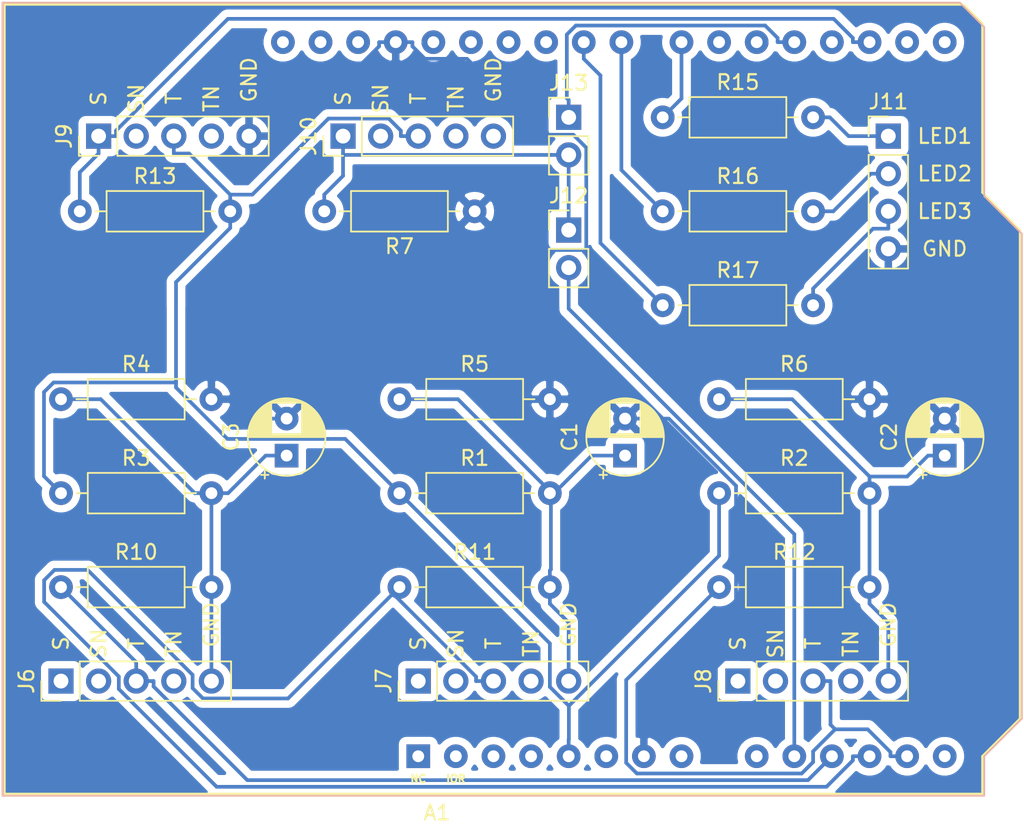
<source format=kicad_pcb>
(kicad_pcb (version 20171130) (host pcbnew 5.1.5-52549c5~84~ubuntu18.04.1)
  (layers (0 F.Cu signal) (31 B.Cu signal) (34 B.Paste user) (35 F.Paste user) (36 B.SilkS user) (37 F.SilkS user) (38 B.Mask user) (39 F.Mask user) (44 Edge.Cuts user))
  (net 0 "")
  (net 1 "Net-(A1-Pad16)")
  (net 2 "Net-(A1-Pad15)")
  (net 3 "Net-(A1-Pad30)")
  (net 4 "Net-(A1-Pad14)")
  (net 5 /GND)
  (net 6 "Net-(A1-Pad13)")
  (net 7 "Net-(A1-Pad28)")
  (net 8 "Net-(A1-Pad12)")
  (net 9 "Net-(A1-Pad27)")
  (net 10 "Net-(A1-Pad11)")
  (net 11 "Net-(A1-Pad26)")
  (net 12 "Net-(A1-Pad10)")
  (net 13 "Net-(A1-Pad25)")
  (net 14 "Net-(A1-Pad9)")
  (net 15 "Net-(A1-Pad24)")
  (net 16 "Net-(A1-Pad8)")
  (net 17 "Net-(A1-Pad23)")
  (net 18 "Net-(A1-Pad22)")
  (net 19 "Net-(A1-Pad6)")
  (net 20 "Net-(A1-Pad21)")
  (net 21 /Collector)
  (net 22 "Net-(A1-Pad20)")
  (net 23 "Net-(A1-Pad4)")
  (net 24 /Emitter)
  (net 25 "Net-(A1-Pad3)")
  (net 26 "Net-(A1-Pad18)")
  (net 27 "Net-(A1-Pad2)")
  (net 28 /Data)
  (net 29 "Net-(A1-Pad1)")
  (net 30 "Net-(A1-Pad31)")
  (net 31 "Net-(A1-Pad32)")
  (net 32 "Net-(C1-Pad1)")
  (net 33 "Net-(C2-Pad1)")
  (net 34 "Net-(C3-Pad1)")
  (net 35 "Net-(D1-Pad2)")
  (net 36 "Net-(D2-Pad2)")
  (net 37 "Net-(D3-Pad2)")
  (net 38 "Net-(J6-Pad4)")
  (net 39 "Net-(J6-Pad2)")
  (net 40 "Net-(J6-Pad1)")
  (net 41 "Net-(J7-Pad4)")
  (net 42 "Net-(J7-Pad2)")
  (net 43 "Net-(J7-Pad1)")
  (net 44 "Net-(J8-Pad4)")
  (net 45 "Net-(J8-Pad2)")
  (net 46 "Net-(J8-Pad1)")
  (net 47 "Net-(J9-Pad4)")
  (net 48 "Net-(J9-Pad2)")
  (net 49 "Net-(J10-Pad5)")
  (net 50 "Net-(J10-Pad4)")
  (net 51 "Net-(J10-Pad2)")
  (net 52 "Net-(A1-Pad19)")
  (module Connector_PinHeader_2.54mm:PinHeader_1x02_P2.54mm_Vertical (layer F.Cu) (at 144.78 66.04)
    (fp_text reference J13 (at 0 -2.33) (layer F.SilkS))
    (fp_text value Conn_01x02_Male hide)
    (pad 2 thru_hole oval (at 0 2.54) (size 1.7 1.7) (drill 1) (layers *.Cu *.Mask) (net 24 /Emitter))
    (pad 1 thru_hole rect (at 0 0) (size 1.7 1.7) (drill 1) (layers *.Cu *.Mask) (net 52 "Net-(A1-Pad19)"))
  )
  (module Connector_PinHeader_2.54mm:PinHeader_1x02_P2.54mm_Vertical (layer F.Cu) (at 144.78 73.66)
    (fp_text reference J12 (at 0 -2.33) (layer F.SilkS))
    (fp_text value Conn_01x02_Male hide)
    (pad 2 thru_hole oval (at 0 2.54) (size 1.7 1.7) (drill 1) (layers *.Cu *.Mask) (net 12 "Net-(A1-Pad10)"))
    (pad 1 thru_hole rect (at 0 0) (size 1.7 1.7) (drill 1) (layers *.Cu *.Mask) (net 24 /Emitter))
  )
  (module Resistor_THT:R_Axial_DIN0207_L6.3mm_D2.5mm_P10.16mm_Horizontal (layer F.Cu) (at 151.13 78.74)
    (fp_text reference R17 (at 5.08 -2.37) (layer F.SilkS))
    (fp_text value 220R)
    (pad 2 thru_hole oval (at 10.16 0) (size 1.6 1.6) (drill 0.8) (layers *.Cu *.Mask) (net 37 "Net-(D3-Pad2)"))
    (pad 1 thru_hole circle (at 0 0) (size 1.6 1.6) (drill 0.8) (layers *.Cu *.Mask) (net 15 "Net-(A1-Pad24)"))
  )
  (module Resistor_THT:R_Axial_DIN0207_L6.3mm_D2.5mm_P10.16mm_Horizontal (layer F.Cu) (at 151.13 72.39)
    (fp_text reference R16 (at 5.08 -2.37) (layer F.SilkS))
    (fp_text value 220R)
    (pad 2 thru_hole oval (at 10.16 0) (size 1.6 1.6) (drill 0.8) (layers *.Cu *.Mask) (net 36 "Net-(D2-Pad2)"))
    (pad 1 thru_hole circle (at 0 0) (size 1.6 1.6) (drill 0.8) (layers *.Cu *.Mask) (net 17 "Net-(A1-Pad23)"))
  )
  (module Resistor_THT:R_Axial_DIN0207_L6.3mm_D2.5mm_P10.16mm_Horizontal (layer F.Cu) (at 151.13 66.04)
    (fp_text reference R15 (at 5.08 -2.37) (layer F.SilkS))
    (fp_text value 220R)
    (pad 2 thru_hole oval (at 10.16 0) (size 1.6 1.6) (drill 0.8) (layers *.Cu *.Mask) (net 35 "Net-(D1-Pad2)"))
    (pad 1 thru_hole circle (at 0 0) (size 1.6 1.6) (drill 0.8) (layers *.Cu *.Mask) (net 18 "Net-(A1-Pad22)"))
  )
  (module Resistor_THT:R_Axial_DIN0207_L6.3mm_D2.5mm_P10.16mm_Horizontal (layer F.Cu) (at 111.76 72.39)
    (fp_text reference R13 (at 5.08 -2.37) (layer F.SilkS))
    (fp_text value 4.7k)
    (pad 2 thru_hole oval (at 10.16 0) (size 1.6 1.6) (drill 0.8) (layers *.Cu *.Mask) (net 21 /Collector))
    (pad 1 thru_hole circle (at 0 0) (size 1.6 1.6) (drill 0.8) (layers *.Cu *.Mask) (net 28 /Data))
  )
  (module Resistor_THT:R_Axial_DIN0207_L6.3mm_D2.5mm_P10.16mm_Horizontal (layer F.Cu) (at 154.94 97.79)
    (fp_text reference R12 (at 5.08 -2.37) (layer F.SilkS))
    (fp_text value 33R)
    (pad 2 thru_hole oval (at 10.16 0) (size 1.6 1.6) (drill 0.8) (layers *.Cu *.Mask) (net 33 "Net-(C2-Pad1)"))
    (pad 1 thru_hole circle (at 0 0) (size 1.6 1.6) (drill 0.8) (layers *.Cu *.Mask) (net 6 "Net-(A1-Pad13)"))
  )
  (module Resistor_THT:R_Axial_DIN0207_L6.3mm_D2.5mm_P10.16mm_Horizontal (layer F.Cu) (at 133.35 97.79)
    (fp_text reference R11 (at 5.08 -2.37) (layer F.SilkS))
    (fp_text value 33R)
    (pad 2 thru_hole oval (at 10.16 0) (size 1.6 1.6) (drill 0.8) (layers *.Cu *.Mask) (net 32 "Net-(C1-Pad1)"))
    (pad 1 thru_hole circle (at 0 0) (size 1.6 1.6) (drill 0.8) (layers *.Cu *.Mask) (net 8 "Net-(A1-Pad12)"))
  )
  (module Resistor_THT:R_Axial_DIN0207_L6.3mm_D2.5mm_P10.16mm_Horizontal (layer F.Cu) (at 110.49 97.79)
    (fp_text reference R10 (at 5.08 -2.37) (layer F.SilkS))
    (fp_text value 33R)
    (pad 2 thru_hole oval (at 10.16 0) (size 1.6 1.6) (drill 0.8) (layers *.Cu *.Mask) (net 34 "Net-(C3-Pad1)"))
    (pad 1 thru_hole circle (at 0 0) (size 1.6 1.6) (drill 0.8) (layers *.Cu *.Mask) (net 10 "Net-(A1-Pad11)"))
  )
  (module Resistor_THT:R_Axial_DIN0207_L6.3mm_D2.5mm_P10.16mm_Horizontal (layer F.Cu) (at 138.43 72.39 180)
    (fp_text reference R7 (at 5.08 -2.37) (layer F.SilkS))
    (fp_text value 1k)
    (pad 2 thru_hole oval (at 10.16 0 180) (size 1.6 1.6) (drill 0.8) (layers *.Cu *.Mask) (net 24 /Emitter))
    (pad 1 thru_hole circle (at 0 0 180) (size 1.6 1.6) (drill 0.8) (layers *.Cu *.Mask) (net 5 /GND))
  )
  (module Resistor_THT:R_Axial_DIN0207_L6.3mm_D2.5mm_P10.16mm_Horizontal (layer F.Cu) (at 154.94 85.09)
    (fp_text reference R6 (at 5.08 -2.37) (layer F.SilkS))
    (fp_text value 100k)
    (pad 2 thru_hole oval (at 10.16 0) (size 1.6 1.6) (drill 0.8) (layers *.Cu *.Mask) (net 5 /GND))
    (pad 1 thru_hole circle (at 0 0) (size 1.6 1.6) (drill 0.8) (layers *.Cu *.Mask) (net 33 "Net-(C2-Pad1)"))
  )
  (module Resistor_THT:R_Axial_DIN0207_L6.3mm_D2.5mm_P10.16mm_Horizontal (layer F.Cu) (at 133.35 85.09)
    (fp_text reference R5 (at 5.08 -2.37) (layer F.SilkS))
    (fp_text value 10k)
    (pad 2 thru_hole oval (at 10.16 0) (size 1.6 1.6) (drill 0.8) (layers *.Cu *.Mask) (net 5 /GND))
    (pad 1 thru_hole circle (at 0 0) (size 1.6 1.6) (drill 0.8) (layers *.Cu *.Mask) (net 32 "Net-(C1-Pad1)"))
  )
  (module Resistor_THT:R_Axial_DIN0207_L6.3mm_D2.5mm_P10.16mm_Horizontal (layer F.Cu) (at 110.49 85.09)
    (fp_text reference R4 (at 5.08 -2.37) (layer F.SilkS))
    (fp_text value 10k)
    (pad 2 thru_hole oval (at 10.16 0) (size 1.6 1.6) (drill 0.8) (layers *.Cu *.Mask) (net 5 /GND))
    (pad 1 thru_hole circle (at 0 0) (size 1.6 1.6) (drill 0.8) (layers *.Cu *.Mask) (net 34 "Net-(C3-Pad1)"))
  )
  (module Resistor_THT:R_Axial_DIN0207_L6.3mm_D2.5mm_P10.16mm_Horizontal (layer F.Cu) (at 110.49 91.44)
    (fp_text reference R3 (at 5.08 -2.37) (layer F.SilkS))
    (fp_text value 10k)
    (pad 2 thru_hole oval (at 10.16 0) (size 1.6 1.6) (drill 0.8) (layers *.Cu *.Mask) (net 34 "Net-(C3-Pad1)"))
    (pad 1 thru_hole circle (at 0 0) (size 1.6 1.6) (drill 0.8) (layers *.Cu *.Mask) (net 21 /Collector))
  )
  (module Resistor_THT:R_Axial_DIN0207_L6.3mm_D2.5mm_P10.16mm_Horizontal (layer F.Cu) (at 154.94 91.44)
    (fp_text reference R2 (at 5.08 -2.37) (layer F.SilkS))
    (fp_text value 10k)
    (pad 2 thru_hole oval (at 10.16 0) (size 1.6 1.6) (drill 0.8) (layers *.Cu *.Mask) (net 33 "Net-(C2-Pad1)"))
    (pad 1 thru_hole circle (at 0 0) (size 1.6 1.6) (drill 0.8) (layers *.Cu *.Mask) (net 21 /Collector))
  )
  (module Resistor_THT:R_Axial_DIN0207_L6.3mm_D2.5mm_P10.16mm_Horizontal (layer F.Cu) (at 133.35 91.44)
    (fp_text reference R1 (at 5.08 -2.37) (layer F.SilkS))
    (fp_text value 10k)
    (pad 2 thru_hole oval (at 10.16 0) (size 1.6 1.6) (drill 0.8) (layers *.Cu *.Mask) (net 32 "Net-(C1-Pad1)"))
    (pad 1 thru_hole circle (at 0 0) (size 1.6 1.6) (drill 0.8) (layers *.Cu *.Mask) (net 21 /Collector))
  )
  (module My_Headers:4-pin_3_LED_header (layer F.Cu) (at 166.37 67.31)
    (fp_text reference J11 (at 0 -2.33) (layer F.SilkS))
    (fp_text value 4-pin_3LED_header hide)
    (fp_text user GND (at 3.81 7.62) (layer F.SilkS))
    (fp_text user LED3 (at 3.81 5.08) (layer F.SilkS))
    (fp_text user LED2 (at 3.81 2.54) (layer F.SilkS))
    (fp_text user LED1 (at 3.81 0) (layer F.SilkS))
    (pad 4 thru_hole oval (at 0 7.62) (size 1.7 1.7) (drill 1) (layers *.Cu *.Mask) (net 5 /GND))
    (pad 3 thru_hole oval (at 0 5.08) (size 1.7 1.7) (drill 1) (layers *.Cu *.Mask) (net 37 "Net-(D3-Pad2)"))
    (pad 2 thru_hole oval (at 0 2.54) (size 1.7 1.7) (drill 1) (layers *.Cu *.Mask) (net 36 "Net-(D2-Pad2)"))
    (pad 1 thru_hole rect (at 0 0) (size 1.7 1.7) (drill 1) (layers *.Cu *.Mask) (net 35 "Net-(D1-Pad2)"))
  )
  (module My_Headers:5-pin_3,5mm_audio_jack_header (layer F.Cu) (at 129.54 67.31 90)
    (fp_text reference J10 (at 0 -2.33 90) (layer F.SilkS))
    (fp_text value 5-pin_3-pole_3,5mm_audio_header hide)
    (fp_text user GND (at 3.81 10.16 90) (layer F.SilkS))
    (fp_text user TN (at 2.54 7.62 90) (layer F.SilkS))
    (fp_text user T (at 2.54 5.08 90) (layer F.SilkS))
    (fp_text user SN (at 2.54 2.54 90) (layer F.SilkS))
    (fp_text user S (at 2.54 0 90) (layer F.SilkS))
    (pad 5 thru_hole oval (at 0 10.16 90) (size 1.7 1.7) (drill 1) (layers *.Cu *.Mask) (net 49 "Net-(J10-Pad5)"))
    (pad 4 thru_hole oval (at 0 7.62 90) (size 1.7 1.7) (drill 1) (layers *.Cu *.Mask) (net 50 "Net-(J10-Pad4)"))
    (pad 3 thru_hole oval (at 0 5.08 90) (size 1.7 1.7) (drill 1) (layers *.Cu *.Mask) (net 21 /Collector))
    (pad 2 thru_hole oval (at 0 2.54 90) (size 1.7 1.7) (drill 1) (layers *.Cu *.Mask) (net 51 "Net-(J10-Pad2)"))
    (pad 1 thru_hole rect (at 0 0 90) (size 1.7 1.7) (drill 1) (layers *.Cu *.Mask) (net 24 /Emitter))
  )
  (module My_Headers:5-pin_3,5mm_audio_jack_header (layer F.Cu) (at 113.03 67.31 90)
    (fp_text reference J9 (at 0 -2.33 90) (layer F.SilkS))
    (fp_text value 5-pin_3-pole_3,5mm_audio_header hide)
    (fp_text user GND (at 3.81 10.16 90) (layer F.SilkS))
    (fp_text user TN (at 2.54 7.62 90) (layer F.SilkS))
    (fp_text user T (at 2.54 5.08 90) (layer F.SilkS))
    (fp_text user SN (at 2.54 2.54 90) (layer F.SilkS))
    (fp_text user S (at 2.54 0 90) (layer F.SilkS))
    (pad 5 thru_hole oval (at 0 10.16 90) (size 1.7 1.7) (drill 1) (layers *.Cu *.Mask) (net 5 /GND))
    (pad 4 thru_hole oval (at 0 7.62 90) (size 1.7 1.7) (drill 1) (layers *.Cu *.Mask) (net 47 "Net-(J9-Pad4)"))
    (pad 3 thru_hole oval (at 0 5.08 90) (size 1.7 1.7) (drill 1) (layers *.Cu *.Mask) (net 21 /Collector))
    (pad 2 thru_hole oval (at 0 2.54 90) (size 1.7 1.7) (drill 1) (layers *.Cu *.Mask) (net 48 "Net-(J9-Pad2)"))
    (pad 1 thru_hole rect (at 0 0 90) (size 1.7 1.7) (drill 1) (layers *.Cu *.Mask) (net 28 /Data))
  )
  (module My_Headers:5-pin_3,5mm_audio_jack_header (layer F.Cu) (at 156.21 104.14 90)
    (fp_text reference J8 (at 0 -2.33 90) (layer F.SilkS))
    (fp_text value 5-pin_3-pole_3,5mm_audio_header hide)
    (fp_text user GND (at 3.81 10.16 90) (layer F.SilkS))
    (fp_text user TN (at 2.54 7.62 90) (layer F.SilkS))
    (fp_text user T (at 2.54 5.08 90) (layer F.SilkS))
    (fp_text user SN (at 2.54 2.54 90) (layer F.SilkS))
    (fp_text user S (at 2.54 0 90) (layer F.SilkS))
    (pad 5 thru_hole oval (at 0 10.16 90) (size 1.7 1.7) (drill 1) (layers *.Cu *.Mask) (net 33 "Net-(C2-Pad1)"))
    (pad 4 thru_hole oval (at 0 7.62 90) (size 1.7 1.7) (drill 1) (layers *.Cu *.Mask) (net 44 "Net-(J8-Pad4)"))
    (pad 3 thru_hole oval (at 0 5.08 90) (size 1.7 1.7) (drill 1) (layers *.Cu *.Mask) (net 6 "Net-(A1-Pad13)"))
    (pad 2 thru_hole oval (at 0 2.54 90) (size 1.7 1.7) (drill 1) (layers *.Cu *.Mask) (net 45 "Net-(J8-Pad2)"))
    (pad 1 thru_hole rect (at 0 0 90) (size 1.7 1.7) (drill 1) (layers *.Cu *.Mask) (net 46 "Net-(J8-Pad1)"))
  )
  (module My_Headers:5-pin_3,5mm_audio_jack_header (layer F.Cu) (at 134.62 104.14 90)
    (fp_text reference J7 (at 0 -2.33 90) (layer F.SilkS))
    (fp_text value 5-pin_3-pole_3,5mm_audio_header hide)
    (fp_text user GND (at 3.81 10.16 90) (layer F.SilkS))
    (fp_text user TN (at 2.54 7.62 90) (layer F.SilkS))
    (fp_text user T (at 2.54 5.08 90) (layer F.SilkS))
    (fp_text user SN (at 2.54 2.54 90) (layer F.SilkS))
    (fp_text user S (at 2.54 0 90) (layer F.SilkS))
    (pad 5 thru_hole oval (at 0 10.16 90) (size 1.7 1.7) (drill 1) (layers *.Cu *.Mask) (net 32 "Net-(C1-Pad1)"))
    (pad 4 thru_hole oval (at 0 7.62 90) (size 1.7 1.7) (drill 1) (layers *.Cu *.Mask) (net 41 "Net-(J7-Pad4)"))
    (pad 3 thru_hole oval (at 0 5.08 90) (size 1.7 1.7) (drill 1) (layers *.Cu *.Mask) (net 8 "Net-(A1-Pad12)"))
    (pad 2 thru_hole oval (at 0 2.54 90) (size 1.7 1.7) (drill 1) (layers *.Cu *.Mask) (net 42 "Net-(J7-Pad2)"))
    (pad 1 thru_hole rect (at 0 0 90) (size 1.7 1.7) (drill 1) (layers *.Cu *.Mask) (net 43 "Net-(J7-Pad1)"))
  )
  (module My_Headers:5-pin_3,5mm_audio_jack_header (layer F.Cu) (at 110.49 104.14 90)
    (fp_text reference J6 (at 0 -2.33 90) (layer F.SilkS))
    (fp_text value 5-pin_3-pole_3,5mm_audio_header hide)
    (fp_text user GND (at 3.81 10.16 90) (layer F.SilkS))
    (fp_text user TN (at 2.54 7.62 90) (layer F.SilkS))
    (fp_text user T (at 2.54 5.08 90) (layer F.SilkS))
    (fp_text user SN (at 2.54 2.54 90) (layer F.SilkS))
    (fp_text user S (at 2.54 0 90) (layer F.SilkS))
    (pad 5 thru_hole oval (at 0 10.16 90) (size 1.7 1.7) (drill 1) (layers *.Cu *.Mask) (net 34 "Net-(C3-Pad1)"))
    (pad 4 thru_hole oval (at 0 7.62 90) (size 1.7 1.7) (drill 1) (layers *.Cu *.Mask) (net 38 "Net-(J6-Pad4)"))
    (pad 3 thru_hole oval (at 0 5.08 90) (size 1.7 1.7) (drill 1) (layers *.Cu *.Mask) (net 10 "Net-(A1-Pad11)"))
    (pad 2 thru_hole oval (at 0 2.54 90) (size 1.7 1.7) (drill 1) (layers *.Cu *.Mask) (net 39 "Net-(J6-Pad2)"))
    (pad 1 thru_hole rect (at 0 0 90) (size 1.7 1.7) (drill 1) (layers *.Cu *.Mask) (net 40 "Net-(J6-Pad1)"))
  )
  (module Capacitor_THT:CP_Radial_D5.0mm_P2.50mm (layer F.Cu) (at 125.73 88.9 90)
    (fp_text reference C3 (at 1.25 -3.75 90) (layer F.SilkS))
    (fp_text value 10u)
    (pad 2 thru_hole circle (at 2.5 0 90) (size 1.6 1.6) (drill 0.8) (layers *.Cu *.Mask) (net 5 /GND))
    (pad 1 thru_hole rect (at 0 0 90) (size 1.6 1.6) (drill 0.8) (layers *.Cu *.Mask) (net 34 "Net-(C3-Pad1)"))
  )
  (module Capacitor_THT:CP_Radial_D5.0mm_P2.50mm (layer F.Cu) (at 170.18 88.9 90)
    (fp_text reference C2 (at 1.25 -3.75 90) (layer F.SilkS))
    (fp_text value 10u)
    (pad 2 thru_hole circle (at 2.5 0 90) (size 1.6 1.6) (drill 0.8) (layers *.Cu *.Mask) (net 5 /GND))
    (pad 1 thru_hole rect (at 0 0 90) (size 1.6 1.6) (drill 0.8) (layers *.Cu *.Mask) (net 33 "Net-(C2-Pad1)"))
  )
  (module Capacitor_THT:CP_Radial_D5.0mm_P2.50mm (layer F.Cu) (at 148.59 88.9 90)
    (fp_text reference C1 (at 1.25 -3.75 90) (layer F.SilkS))
    (fp_text value 10u)
    (pad 2 thru_hole circle (at 2.5 0 90) (size 1.6 1.6) (drill 0.8) (layers *.Cu *.Mask) (net 5 /GND))
    (pad 1 thru_hole rect (at 0 0 90) (size 1.6 1.6) (drill 0.8) (layers *.Cu *.Mask) (net 32 "Net-(C1-Pad1)"))
  )
  (module My_Arduino:Arduino_UNO_R3_shield (layer F.Cu) (at 134.62 109.22)
    (fp_text reference A1 (at 1.27 3.81 180) (layer F.SilkS))
    (fp_text value Arduino_UNO_R3)
    (fp_text user IOR (at 2.54 1.524) (layer F.SilkS) (effects (font (size 0.508 0.508) (thickness 0.127))))
    (fp_text user NC (at 0 1.524) (layer F.SilkS) (effects (font (size 0.508 0.508) (thickness 0.127))))
    (pad 16 thru_hole oval (at 33.02 -48.26 270) (size 1.6 1.6) (drill 0.8) (layers *.Cu *.Mask) (net 1 "Net-(A1-Pad16)"))
    (pad 15 thru_hole oval (at 35.56 -48.26 270) (size 1.6 1.6) (drill 0.8) (layers *.Cu *.Mask) (net 2 "Net-(A1-Pad15)"))
    (pad 30 thru_hole oval (at -4.06 -48.26 270) (size 1.6 1.6) (drill 0.8) (layers *.Cu *.Mask) (net 3 "Net-(A1-Pad30)"))
    (pad 14 thru_hole oval (at 35.56 0 270) (size 1.6 1.6) (drill 0.8) (layers *.Cu *.Mask) (net 4 "Net-(A1-Pad14)"))
    (pad 29 thru_hole oval (at -1.52 -48.26 270) (size 1.6 1.6) (drill 0.8) (layers *.Cu *.Mask) (net 5 /GND))
    (pad 13 thru_hole oval (at 33.02 0 270) (size 1.6 1.6) (drill 0.8) (layers *.Cu *.Mask) (net 6 "Net-(A1-Pad13)"))
    (pad 28 thru_hole oval (at 1.02 -48.26 270) (size 1.6 1.6) (drill 0.8) (layers *.Cu *.Mask) (net 7 "Net-(A1-Pad28)"))
    (pad 12 thru_hole oval (at 30.48 0 270) (size 1.6 1.6) (drill 0.8) (layers *.Cu *.Mask) (net 8 "Net-(A1-Pad12)"))
    (pad 27 thru_hole oval (at 3.56 -48.26 270) (size 1.6 1.6) (drill 0.8) (layers *.Cu *.Mask) (net 9 "Net-(A1-Pad27)"))
    (pad 11 thru_hole oval (at 27.94 0 270) (size 1.6 1.6) (drill 0.8) (layers *.Cu *.Mask) (net 10 "Net-(A1-Pad11)"))
    (pad 26 thru_hole oval (at 6.1 -48.26 270) (size 1.6 1.6) (drill 0.8) (layers *.Cu *.Mask) (net 11 "Net-(A1-Pad26)"))
    (pad 10 thru_hole oval (at 25.4 0 270) (size 1.6 1.6) (drill 0.8) (layers *.Cu *.Mask) (net 12 "Net-(A1-Pad10)"))
    (pad 25 thru_hole oval (at 8.64 -48.26 270) (size 1.6 1.6) (drill 0.8) (layers *.Cu *.Mask) (net 13 "Net-(A1-Pad25)"))
    (pad 9 thru_hole oval (at 22.86 0 270) (size 1.6 1.6) (drill 0.8) (layers *.Cu *.Mask) (net 14 "Net-(A1-Pad9)"))
    (pad 24 thru_hole oval (at 11.18 -48.26 270) (size 1.6 1.6) (drill 0.8) (layers *.Cu *.Mask) (net 15 "Net-(A1-Pad24)"))
    (pad 8 thru_hole oval (at 17.78 0 270) (size 1.6 1.6) (drill 0.8) (layers *.Cu *.Mask) (net 16 "Net-(A1-Pad8)"))
    (pad 23 thru_hole oval (at 13.72 -48.26 270) (size 1.6 1.6) (drill 0.8) (layers *.Cu *.Mask) (net 17 "Net-(A1-Pad23)"))
    (pad 7 thru_hole oval (at 15.24 0 270) (size 1.6 1.6) (drill 0.8) (layers *.Cu *.Mask) (net 5 /GND))
    (pad 22 thru_hole oval (at 17.78 -48.26 270) (size 1.6 1.6) (drill 0.8) (layers *.Cu *.Mask) (net 18 "Net-(A1-Pad22)"))
    (pad 6 thru_hole oval (at 12.7 0 270) (size 1.6 1.6) (drill 0.8) (layers *.Cu *.Mask) (net 19 "Net-(A1-Pad6)"))
    (pad 21 thru_hole oval (at 20.32 -48.26 270) (size 1.6 1.6) (drill 0.8) (layers *.Cu *.Mask) (net 20 "Net-(A1-Pad21)"))
    (pad 5 thru_hole oval (at 10.16 0 270) (size 1.6 1.6) (drill 0.8) (layers *.Cu *.Mask) (net 21 /Collector))
    (pad 20 thru_hole oval (at 22.86 -48.26 270) (size 1.6 1.6) (drill 0.8) (layers *.Cu *.Mask) (net 22 "Net-(A1-Pad20)"))
    (pad 4 thru_hole oval (at 7.62 0 270) (size 1.6 1.6) (drill 0.8) (layers *.Cu *.Mask) (net 23 "Net-(A1-Pad4)"))
    (pad 19 thru_hole oval (at 25.4 -48.26 270) (size 1.6 1.6) (drill 0.8) (layers *.Cu *.Mask) (net 52 "Net-(A1-Pad19)"))
    (pad 3 thru_hole oval (at 5.08 0 270) (size 1.6 1.6) (drill 0.8) (layers *.Cu *.Mask) (net 25 "Net-(A1-Pad3)"))
    (pad 18 thru_hole oval (at 27.94 -48.26 270) (size 1.6 1.6) (drill 0.8) (layers *.Cu *.Mask) (net 26 "Net-(A1-Pad18)"))
    (pad 2 thru_hole oval (at 2.54 0 270) (size 1.6 1.6) (drill 0.8) (layers *.Cu *.Mask) (net 27 "Net-(A1-Pad2)"))
    (pad 17 thru_hole oval (at 30.48 -48.26 270) (size 1.6 1.6) (drill 0.8) (layers *.Cu *.Mask) (net 28 /Data))
    (pad 1 thru_hole rect (at 0 0 270) (size 1.6 1.6) (drill 0.8) (layers *.Cu *.Mask) (net 29 "Net-(A1-Pad1)"))
    (pad 31 thru_hole oval (at -6.6 -48.26 270) (size 1.6 1.6) (drill 0.8) (layers *.Cu *.Mask) (net 30 "Net-(A1-Pad31)"))
    (pad 32 thru_hole oval (at -9.14 -48.26 270) (size 1.6 1.6) (drill 0.8) (layers *.Cu *.Mask) (net 31 "Net-(A1-Pad32)"))
  )
  (segment (start 120.65 85.09) (end 121.7753 85.09) (width 0.25) (layer B.Cu) (net 5))
  (segment (start 133.6627 60.96) (end 134.2253 60.96) (width 0.25) (layer B.Cu) (net 5))
  (segment (start 133.6627 60.96) (end 133.1 60.96) (width 0.25) (layer B.Cu) (net 5))
  (segment (start 131.9747 60.96) (end 131.9747 61.2414) (width 0.25) (layer B.Cu) (net 5))
  (segment (start 131.9747 61.2414) (end 125.9061 67.31) (width 0.25) (layer B.Cu) (net 5))
  (segment (start 125.9061 67.31) (end 123.19 67.31) (width 0.25) (layer B.Cu) (net 5))
  (segment (start 133.1 60.96) (end 131.9747 60.96) (width 0.25) (layer B.Cu) (net 5))
  (segment (start 143.51 85.09) (end 142.3847 85.09) (width 0.25) (layer B.Cu) (net 5))
  (segment (start 125.73 86.4) (end 123.0853 86.4) (width 0.25) (layer B.Cu) (net 5))
  (segment (start 123.0853 86.4) (end 121.7753 85.09) (width 0.25) (layer B.Cu) (net 5))
  (segment (start 143.51 85.09) (end 144.6353 85.09) (width 0.25) (layer B.Cu) (net 5))
  (segment (start 148.59 86.4) (end 147.28 85.09) (width 0.25) (layer B.Cu) (net 5))
  (segment (start 147.28 85.09) (end 144.6353 85.09) (width 0.25) (layer B.Cu) (net 5))
  (segment (start 149.86 108.0947) (end 156.0838 101.8709) (width 0.25) (layer B.Cu) (net 5))
  (segment (start 156.0838 101.8709) (end 156.0838 90.9456) (width 0.25) (layer B.Cu) (net 5))
  (segment (start 156.0838 90.9456) (end 151.5382 86.4) (width 0.25) (layer B.Cu) (net 5))
  (segment (start 151.5382 86.4) (end 148.59 86.4) (width 0.25) (layer B.Cu) (net 5))
  (segment (start 149.86 109.22) (end 149.86 108.0947) (width 0.25) (layer B.Cu) (net 5))
  (segment (start 165.1 81.2189) (end 165.1 85.09) (width 0.25) (layer B.Cu) (net 5))
  (segment (start 166.37 74.93) (end 166.37 79.9489) (width 0.25) (layer B.Cu) (net 5))
  (segment (start 166.37 79.9489) (end 165.1 81.2189) (width 0.25) (layer B.Cu) (net 5))
  (segment (start 170.18 86.4) (end 168.87 85.09) (width 0.25) (layer B.Cu) (net 5))
  (segment (start 168.87 85.09) (end 165.1 85.09) (width 0.25) (layer B.Cu) (net 5))
  (segment (start 165.1 81.2189) (end 151.9244 81.2189) (width 0.25) (layer B.Cu) (net 5))
  (segment (start 151.9244 81.2189) (end 145.9685 75.263) (width 0.25) (layer B.Cu) (net 5))
  (segment (start 145.9685 75.263) (end 145.9685 75.0057) (width 0.25) (layer B.Cu) (net 5))
  (segment (start 145.9685 75.0057) (end 145.9685 68.0912) (width 0.25) (layer B.Cu) (net 5))
  (segment (start 145.9685 68.0912) (end 145.0927 67.2154) (width 0.25) (layer B.Cu) (net 5))
  (segment (start 145.0927 67.2154) (end 143.0426 67.2154) (width 0.25) (layer B.Cu) (net 5))
  (segment (start 143.0426 67.2154) (end 137.9125 62.0853) (width 0.25) (layer B.Cu) (net 5))
  (segment (start 137.9125 62.0853) (end 135.0692 62.0853) (width 0.25) (layer B.Cu) (net 5))
  (segment (start 135.0692 62.0853) (end 134.2253 61.2414) (width 0.25) (layer B.Cu) (net 5))
  (segment (start 134.2253 61.2414) (end 134.2253 60.96) (width 0.25) (layer B.Cu) (net 5))
  (segment (start 145.9685 75.0057) (end 141.5017 75.0057) (width 0.25) (layer B.Cu) (net 5))
  (segment (start 141.5017 75.0057) (end 141.2737 75.2337) (width 0.25) (layer B.Cu) (net 5))
  (segment (start 141.2737 75.2337) (end 138.43 72.39) (width 0.25) (layer B.Cu) (net 5))
  (segment (start 141.2737 83.9022) (end 128.2278 83.9022) (width 0.25) (layer B.Cu) (net 5))
  (segment (start 128.2278 83.9022) (end 125.73 86.4) (width 0.25) (layer B.Cu) (net 5))
  (segment (start 142.3847 85.09) (end 141.2737 83.979) (width 0.25) (layer B.Cu) (net 5))
  (segment (start 141.2737 83.979) (end 141.2737 83.9022) (width 0.25) (layer B.Cu) (net 5))
  (segment (start 141.2737 83.9022) (end 141.2737 75.2337) (width 0.25) (layer B.Cu) (net 5))
  (segment (start 162.7796 107.3994) (end 161.29 108.889) (width 0.25) (layer B.Cu) (net 6))
  (segment (start 161.29 108.889) (end 161.29 109.6121) (width 0.25) (layer B.Cu) (net 6))
  (segment (start 161.29 109.6121) (end 160.5179 110.3842) (width 0.25) (layer B.Cu) (net 6))
  (segment (start 160.5179 110.3842) (end 149.3846 110.3842) (width 0.25) (layer B.Cu) (net 6))
  (segment (start 149.3846 110.3842) (end 148.6639 109.6635) (width 0.25) (layer B.Cu) (net 6))
  (segment (start 148.6639 109.6635) (end 148.6639 104.0661) (width 0.25) (layer B.Cu) (net 6))
  (segment (start 148.6639 104.0661) (end 154.94 97.79) (width 0.25) (layer B.Cu) (net 6))
  (segment (start 166.5147 109.22) (end 166.5147 108.9386) (width 0.25) (layer B.Cu) (net 6))
  (segment (start 166.5147 108.9386) (end 164.9755 107.3994) (width 0.25) (layer B.Cu) (net 6))
  (segment (start 164.9755 107.3994) (end 162.7796 107.3994) (width 0.25) (layer B.Cu) (net 6))
  (segment (start 162.7796 107.3994) (end 162.4653 107.0851) (width 0.25) (layer B.Cu) (net 6))
  (segment (start 162.4653 107.0851) (end 162.4653 104.14) (width 0.25) (layer B.Cu) (net 6))
  (segment (start 161.29 104.14) (end 162.4653 104.14) (width 0.25) (layer B.Cu) (net 6))
  (segment (start 167.64 109.22) (end 166.5147 109.22) (width 0.25) (layer B.Cu) (net 6))
  (segment (start 165.1 109.22) (end 163.9747 109.22) (width 0.25) (layer B.Cu) (net 8))
  (segment (start 163.9747 109.22) (end 163.9747 109.5013) (width 0.25) (layer B.Cu) (net 8))
  (segment (start 163.9747 109.5013) (end 162.191 111.285) (width 0.25) (layer B.Cu) (net 8))
  (segment (start 162.191 111.285) (end 121.0028 111.285) (width 0.25) (layer B.Cu) (net 8))
  (segment (start 121.0028 111.285) (end 114.3946 104.6768) (width 0.25) (layer B.Cu) (net 8))
  (segment (start 114.3946 104.6768) (end 114.3946 103.8333) (width 0.25) (layer B.Cu) (net 8))
  (segment (start 114.3946 103.8333) (end 109.3508 98.7895) (width 0.25) (layer B.Cu) (net 8))
  (segment (start 109.3508 98.7895) (end 109.3508 97.3259) (width 0.25) (layer B.Cu) (net 8))
  (segment (start 109.3508 97.3259) (end 110.0497 96.627) (width 0.25) (layer B.Cu) (net 8))
  (segment (start 110.0497 96.627) (end 112.2862 96.627) (width 0.25) (layer B.Cu) (net 8))
  (segment (start 112.2862 96.627) (end 119.38 103.7208) (width 0.25) (layer B.Cu) (net 8))
  (segment (start 119.38 103.7208) (end 119.38 104.6178) (width 0.25) (layer B.Cu) (net 8))
  (segment (start 119.38 104.6178) (end 120.0776 105.3154) (width 0.25) (layer B.Cu) (net 8))
  (segment (start 120.0776 105.3154) (end 125.8246 105.3154) (width 0.25) (layer B.Cu) (net 8))
  (segment (start 125.8246 105.3154) (end 132.9112 98.2288) (width 0.25) (layer B.Cu) (net 8))
  (segment (start 132.9112 98.2288) (end 133.35 97.79) (width 0.25) (layer B.Cu) (net 8))
  (segment (start 132.9112 98.2288) (end 138.5247 103.8423) (width 0.25) (layer B.Cu) (net 8))
  (segment (start 138.5247 103.8423) (end 138.5247 104.14) (width 0.25) (layer B.Cu) (net 8))
  (segment (start 139.7 104.14) (end 138.5247 104.14) (width 0.25) (layer B.Cu) (net 8))
  (segment (start 110.49 97.79) (end 115.57 102.87) (width 0.25) (layer B.Cu) (net 10))
  (segment (start 115.57 102.87) (end 115.57 104.14) (width 0.25) (layer B.Cu) (net 10))
  (segment (start 162.56 109.22) (end 160.9454 110.8346) (width 0.25) (layer B.Cu) (net 10))
  (segment (start 160.9454 110.8346) (end 123.0726 110.8346) (width 0.25) (layer B.Cu) (net 10))
  (segment (start 123.0726 110.8346) (end 116.7453 104.5073) (width 0.25) (layer B.Cu) (net 10))
  (segment (start 116.7453 104.5073) (end 116.7453 104.14) (width 0.25) (layer B.Cu) (net 10))
  (segment (start 115.57 104.14) (end 116.7453 104.14) (width 0.25) (layer B.Cu) (net 10))
  (segment (start 160.02 109.22) (end 160.02 94.2125) (width 0.25) (layer B.Cu) (net 12))
  (segment (start 160.02 94.2125) (end 144.78 78.9725) (width 0.25) (layer B.Cu) (net 12))
  (segment (start 144.78 78.9725) (end 144.78 76.2) (width 0.25) (layer B.Cu) (net 12))
  (segment (start 145.8 62.0853) (end 146.9253 63.2106) (width 0.25) (layer B.Cu) (net 15))
  (segment (start 146.9253 63.2106) (end 146.9253 74.5353) (width 0.25) (layer B.Cu) (net 15))
  (segment (start 146.9253 74.5353) (end 151.13 78.74) (width 0.25) (layer B.Cu) (net 15))
  (segment (start 145.8 60.96) (end 145.8 62.0853) (width 0.25) (layer B.Cu) (net 15))
  (segment (start 148.34 60.96) (end 148.34 69.6) (width 0.25) (layer B.Cu) (net 17))
  (segment (start 148.34 69.6) (end 151.13 72.39) (width 0.25) (layer B.Cu) (net 17))
  (segment (start 152.4 60.96) (end 152.4 64.77) (width 0.25) (layer B.Cu) (net 18))
  (segment (start 152.4 64.77) (end 151.13 66.04) (width 0.25) (layer B.Cu) (net 18))
  (segment (start 144.7936 105.8159) (end 143.51 104.5323) (width 0.25) (layer B.Cu) (net 21))
  (segment (start 143.51 104.5323) (end 143.51 101.6) (width 0.25) (layer B.Cu) (net 21))
  (segment (start 143.51 101.6) (end 133.35 91.44) (width 0.25) (layer B.Cu) (net 21))
  (segment (start 144.78 108.0947) (end 144.7936 108.0811) (width 0.25) (layer B.Cu) (net 21))
  (segment (start 144.7936 108.0811) (end 144.7936 105.8159) (width 0.25) (layer B.Cu) (net 21))
  (segment (start 154.94 91.44) (end 154.94 95.6695) (width 0.25) (layer B.Cu) (net 21))
  (segment (start 154.94 95.6695) (end 144.7936 105.8159) (width 0.25) (layer B.Cu) (net 21))
  (segment (start 133.35 91.44) (end 129.6846 87.7746) (width 0.25) (layer B.Cu) (net 21))
  (segment (start 129.6846 87.7746) (end 121.7312 87.7746) (width 0.25) (layer B.Cu) (net 21))
  (segment (start 121.7312 87.7746) (end 118.2591 84.3025) (width 0.25) (layer B.Cu) (net 21))
  (segment (start 118.2591 84.3025) (end 118.2591 83.9595) (width 0.25) (layer B.Cu) (net 21))
  (segment (start 144.78 109.22) (end 144.78 108.0947) (width 0.25) (layer B.Cu) (net 21))
  (segment (start 118.11 67.31) (end 118.11 68.4853) (width 0.25) (layer B.Cu) (net 21))
  (segment (start 118.11 68.4853) (end 119.1406 68.4853) (width 0.25) (layer B.Cu) (net 21))
  (segment (start 119.1406 68.4853) (end 121.92 71.2647) (width 0.25) (layer B.Cu) (net 21))
  (segment (start 133.4447 67.31) (end 133.4447 66.9427) (width 0.25) (layer B.Cu) (net 21))
  (segment (start 133.4447 66.9427) (end 132.6266 66.1246) (width 0.25) (layer B.Cu) (net 21))
  (segment (start 132.6266 66.1246) (end 128.5515 66.1246) (width 0.25) (layer B.Cu) (net 21))
  (segment (start 128.5515 66.1246) (end 123.4114 71.2647) (width 0.25) (layer B.Cu) (net 21))
  (segment (start 123.4114 71.2647) (end 121.92 71.2647) (width 0.25) (layer B.Cu) (net 21))
  (segment (start 134.62 67.31) (end 133.4447 67.31) (width 0.25) (layer B.Cu) (net 21))
  (segment (start 121.92 71.8273) (end 121.92 71.2647) (width 0.25) (layer B.Cu) (net 21))
  (segment (start 121.92 71.8273) (end 121.92 72.39) (width 0.25) (layer B.Cu) (net 21))
  (segment (start 118.2591 83.9595) (end 109.9902 83.9595) (width 0.25) (layer B.Cu) (net 21))
  (segment (start 109.9902 83.9595) (end 109.3411 84.6086) (width 0.25) (layer B.Cu) (net 21))
  (segment (start 109.3411 84.6086) (end 109.3411 90.2911) (width 0.25) (layer B.Cu) (net 21))
  (segment (start 109.3411 90.2911) (end 110.49 91.44) (width 0.25) (layer B.Cu) (net 21))
  (segment (start 118.2591 83.9595) (end 118.2591 77.1762) (width 0.25) (layer B.Cu) (net 21))
  (segment (start 118.2591 77.1762) (end 121.92 73.5153) (width 0.25) (layer B.Cu) (net 21))
  (segment (start 121.92 72.39) (end 121.92 73.5153) (width 0.25) (layer B.Cu) (net 21))
  (segment (start 144.78 73.66) (end 144.78 68.58) (width 0.25) (layer B.Cu) (net 24))
  (segment (start 128.27 72.39) (end 128.27 71.2647) (width 0.25) (layer B.Cu) (net 24))
  (segment (start 144.78 68.58) (end 143.6047 68.58) (width 0.25) (layer B.Cu) (net 24))
  (segment (start 129.54 68.58) (end 143.6047 68.58) (width 0.25) (layer B.Cu) (net 24))
  (segment (start 129.54 67.31) (end 129.54 68.58) (width 0.25) (layer B.Cu) (net 24))
  (segment (start 129.54 68.58) (end 129.54 69.9947) (width 0.25) (layer B.Cu) (net 24))
  (segment (start 129.54 69.9947) (end 128.27 71.2647) (width 0.25) (layer B.Cu) (net 24))
  (segment (start 113.03 68.4853) (end 111.76 69.7553) (width 0.25) (layer B.Cu) (net 28))
  (segment (start 111.76 69.7553) (end 111.76 72.39) (width 0.25) (layer B.Cu) (net 28))
  (segment (start 113.03 67.8976) (end 113.03 68.4853) (width 0.25) (layer B.Cu) (net 28))
  (segment (start 113.03 67.8976) (end 113.03 67.31) (width 0.25) (layer B.Cu) (net 28))
  (segment (start 113.03 67.31) (end 114.2053 67.31) (width 0.25) (layer B.Cu) (net 28))
  (segment (start 165.1 60.96) (end 163.9747 60.96) (width 0.25) (layer B.Cu) (net 28))
  (segment (start 163.9747 60.96) (end 163.9747 60.6786) (width 0.25) (layer B.Cu) (net 28))
  (segment (start 163.9747 60.6786) (end 162.6805 59.3844) (width 0.25) (layer B.Cu) (net 28))
  (segment (start 162.6805 59.3844) (end 121.7636 59.3844) (width 0.25) (layer B.Cu) (net 28))
  (segment (start 121.7636 59.3844) (end 114.2053 66.9427) (width 0.25) (layer B.Cu) (net 28))
  (segment (start 114.2053 66.9427) (end 114.2053 67.31) (width 0.25) (layer B.Cu) (net 28))
  (segment (start 143.51 98.9153) (end 144.78 100.1853) (width 0.25) (layer B.Cu) (net 32))
  (segment (start 144.78 100.1853) (end 144.78 104.14) (width 0.25) (layer B.Cu) (net 32))
  (segment (start 143.51 97.79) (end 143.51 98.9153) (width 0.25) (layer B.Cu) (net 32))
  (segment (start 148.59 88.9) (end 146.3314 88.9) (width 0.25) (layer B.Cu) (net 32))
  (segment (start 146.3314 88.9) (end 143.7914 91.44) (width 0.25) (layer B.Cu) (net 32))
  (segment (start 143.6507 91.44) (end 143.7914 91.44) (width 0.25) (layer B.Cu) (net 32))
  (segment (start 143.6507 91.44) (end 137.3007 85.09) (width 0.25) (layer B.Cu) (net 32))
  (segment (start 137.3007 85.09) (end 133.35 85.09) (width 0.25) (layer B.Cu) (net 32))
  (segment (start 143.51 91.44) (end 143.5804 91.44) (width 0.25) (layer B.Cu) (net 32))
  (segment (start 143.5804 91.44) (end 143.6507 91.44) (width 0.25) (layer B.Cu) (net 32))
  (segment (start 143.5804 91.44) (end 143.5804 96.5943) (width 0.25) (layer B.Cu) (net 32))
  (segment (start 143.5804 96.5943) (end 143.51 96.6647) (width 0.25) (layer B.Cu) (net 32))
  (segment (start 143.51 97.79) (end 143.51 96.6647) (width 0.25) (layer B.Cu) (net 32))
  (segment (start 165.1 90.3147) (end 167.64 90.3147) (width 0.25) (layer B.Cu) (net 33))
  (segment (start 167.64 90.3147) (end 169.0547 88.9) (width 0.25) (layer B.Cu) (net 33))
  (segment (start 165.1 90.3147) (end 165.1 91.44) (width 0.25) (layer B.Cu) (net 33))
  (segment (start 154.94 85.09) (end 159.8753 85.09) (width 0.25) (layer B.Cu) (net 33))
  (segment (start 159.8753 85.09) (end 165.1 90.3147) (width 0.25) (layer B.Cu) (net 33))
  (segment (start 170.18 88.9) (end 169.0547 88.9) (width 0.25) (layer B.Cu) (net 33))
  (segment (start 165.1 97.79) (end 165.1 91.44) (width 0.25) (layer B.Cu) (net 33))
  (segment (start 165.1 98.9153) (end 166.37 100.1853) (width 0.25) (layer B.Cu) (net 33))
  (segment (start 166.37 100.1853) (end 166.37 104.14) (width 0.25) (layer B.Cu) (net 33))
  (segment (start 165.1 97.79) (end 165.1 98.9153) (width 0.25) (layer B.Cu) (net 33))
  (segment (start 119.5247 91.44) (end 113.1747 85.09) (width 0.25) (layer B.Cu) (net 34))
  (segment (start 113.1747 85.09) (end 110.49 85.09) (width 0.25) (layer B.Cu) (net 34))
  (segment (start 120.65 91.44) (end 119.5247 91.44) (width 0.25) (layer B.Cu) (net 34))
  (segment (start 125.73 88.9) (end 124.3153 88.9) (width 0.25) (layer B.Cu) (net 34))
  (segment (start 124.3153 88.9) (end 121.7753 91.44) (width 0.25) (layer B.Cu) (net 34))
  (segment (start 120.65 91.44) (end 121.7753 91.44) (width 0.25) (layer B.Cu) (net 34))
  (segment (start 120.65 104.14) (end 120.65 97.79) (width 0.25) (layer B.Cu) (net 34))
  (segment (start 120.65 97.79) (end 120.65 91.44) (width 0.25) (layer B.Cu) (net 34))
  (segment (start 166.37 67.31) (end 163.6853 67.31) (width 0.25) (layer B.Cu) (net 35))
  (segment (start 163.6853 67.31) (end 162.4153 66.04) (width 0.25) (layer B.Cu) (net 35))
  (segment (start 161.29 66.04) (end 162.4153 66.04) (width 0.25) (layer B.Cu) (net 35))
  (segment (start 165.1947 69.85) (end 162.6547 72.39) (width 0.25) (layer B.Cu) (net 36))
  (segment (start 162.6547 72.39) (end 161.29 72.39) (width 0.25) (layer B.Cu) (net 36))
  (segment (start 166.37 69.85) (end 165.1947 69.85) (width 0.25) (layer B.Cu) (net 36))
  (segment (start 166.37 73.5653) (end 165.3394 73.5653) (width 0.25) (layer B.Cu) (net 37))
  (segment (start 165.3394 73.5653) (end 161.29 77.6147) (width 0.25) (layer B.Cu) (net 37))
  (segment (start 166.37 72.39) (end 166.37 73.5653) (width 0.25) (layer B.Cu) (net 37))
  (segment (start 161.29 78.74) (end 161.29 77.6147) (width 0.25) (layer B.Cu) (net 37))
  (segment (start 144.78 64.8647) (end 144.655 64.7397) (width 0.25) (layer B.Cu) (net 52))
  (segment (start 144.655 64.7397) (end 144.655 60.4439) (width 0.25) (layer B.Cu) (net 52))
  (segment (start 144.655 60.4439) (end 145.2642 59.8347) (width 0.25) (layer B.Cu) (net 52))
  (segment (start 145.2642 59.8347) (end 158.0508 59.8347) (width 0.25) (layer B.Cu) (net 52))
  (segment (start 158.0508 59.8347) (end 158.8947 60.6786) (width 0.25) (layer B.Cu) (net 52))
  (segment (start 158.8947 60.6786) (end 158.8947 60.96) (width 0.25) (layer B.Cu) (net 52))
  (segment (start 144.78 66.04) (end 144.78 64.8647) (width 0.25) (layer B.Cu) (net 52))
  (segment (start 160.02 60.96) (end 158.8947 60.96) (width 0.25) (layer B.Cu) (net 52))
  (zone (net 5) (net_name /GND) (layer B.Cu) (connect_pads (clearance 0.508)) (min_thickness 0.254) (fill yes (arc_segments 32) (thermal_gap 0.508) (thermal_bridge_width 0.508))
    (polygon (pts (xy 172.72 59.69) (xy 172.72 71.12) (xy 175.26 73.66) (xy 175.26 106.68) (xy 172.72 109.22) (xy 172.72 111.76) (xy 106.68 111.76) (xy 106.68 58.42) (xy 171.45 58.42)))
  )
  (zone (net 0) (net_name "") (layer B.Cu) (connect_pads (clearance 0.508)) (min_thickness 0.254) (fill yes (arc_segments 32) (thermal_gap 0.508) (thermal_bridge_width 0.508))
    (polygon (pts (xy 171.45 110.49) (xy 107.95 110.49) (xy 107.95 78.74) (xy 171.45 78.74)))
  )
)
</source>
